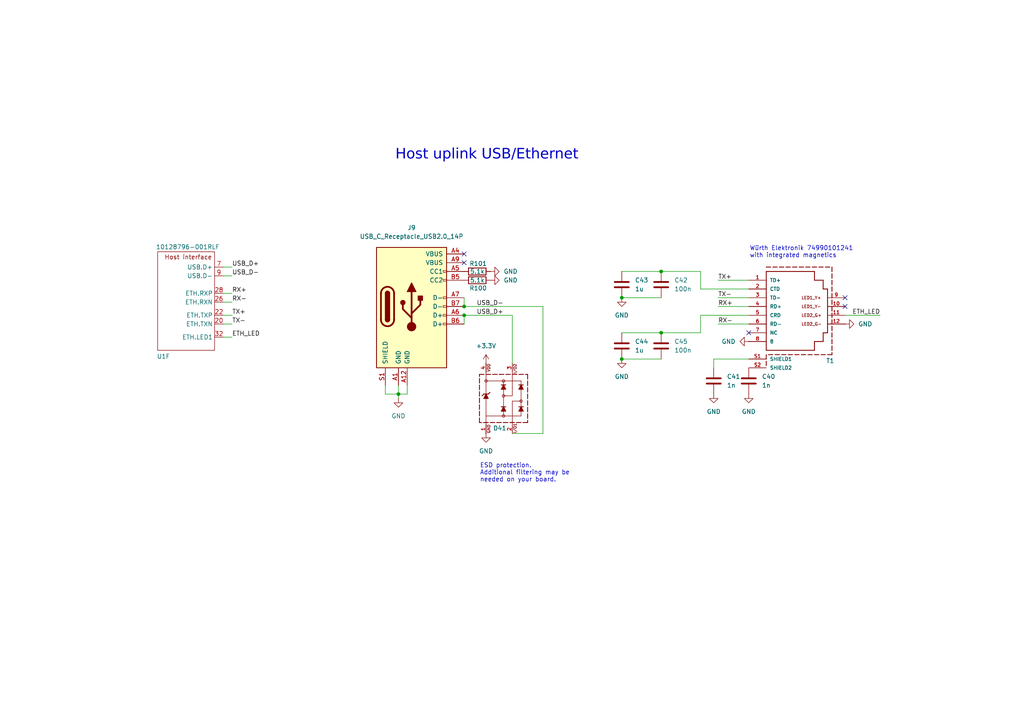
<source format=kicad_sch>
(kicad_sch (version 20250114) (generator "eeschema") (generator_version "9.0")
  (paper "A4")
  (title_block (title "ChargeBridge Eval Board") (date "2025-07-15") (rev "1.1") (company "Pionix GmbH") (comment 1 "Cornelius Claussen / Jonas Rockstroh") (comment 2 "License: CERN-OHL-P"))
  (lib_symbols
    (symbol "cb-eval-lib:C" (pin_numbers (hide yes)) (pin_names (offset 0.254))
      (property "Reference" "C" (at 0.635 2.54 0))
      (property "Value" "C" (at 0.635 -2.54 0))
      (symbol "C_0_1"
        (polyline (pts (xy -2.032 0.762) (xy 2.032 0.762)) (stroke (width 0.508)))
        (polyline (pts (xy -2.032 -0.762) (xy 2.032 -0.762)) (stroke (width 0.508)))
      )
      (symbol "C_1_1"
        (pin passive line (at 0 3.81 270) (length 2.794) (name "~") (number "1"))
        (pin passive line (at 0 -3.81 90) (length 2.794) (name "~") (number "2"))
      )
    )
    (symbol "cb-eval-lib:Pionix-SOM"
      (property "Reference" "U" (at -6.858 -14.732 0))
      (symbol "Pionix-SOM_1_1"
        (rectangle (start -10.16 10.795) (end 7.62 -10.16))
        (text "Charging Cable" (at -2.032 8.89 0) (effects (font (size 1.27 1.27))))
        (pin passive line (at 10.16 6.35 180) (length 2.54) (name "CONNECTOR.PIN0") (number "74"))
        (pin passive line (at 10.16 3.81 180) (length 2.54) (name "CONNECTOR.PIN1") (number "72"))
        (pin passive line (at 10.16 1.27 180) (length 2.54) (name "CONNECTOR.PIN2") (number "70"))
        (pin passive line (at 10.16 -1.27 180) (length 2.54) (name "CONNECTOR.PIN3") (number "68"))
        (pin passive line (at 10.16 -3.81 180) (length 2.54) (name "CONNECTOR.PIN4") (number "66"))
        (pin passive line (at 10.16 -6.35 180) (length 2.54) (name "CONNECTOR.PIN5") (number "62"))
        (pin passive line (at 10.16 -8.89 180) (length 2.54) (name "CONNECTOR.RSVD") (number "60"))
      )
      (symbol "Pionix-SOM_2_1"
        (rectangle (start -10.16 7.62) (end 13.97 -6.35))
        (pin power_in line (at -7.62 -8.89 90) (length 2.54) (name "GND") (number "6"))
        (pin power_in line (at -5.08 10.16 270) (length 2.54) (name "VDD3v3") (number "11"))
        (pin power_in line (at -5.08 -8.89 90) (length 2.54) (name "GND") (number "24"))
        (pin power_in line (at -2.54 10.16 270) (length 2.54) (name "VDD3v3") (number "40"))
        (pin power_in line (at -2.54 -8.89 90) (length 2.54) (name "GND") (number "34"))
        (pin power_in line (at 0 10.16 270) (length 2.54) (name "VDD3v3") (number "46"))
        (pin power_in line (at 0 -8.89 90) (length 2.54) (name "GND") (number "50"))
        (pin power_in line (at 2.54 10.16 270) (length 2.54) (name "VDD3v3") (number "48"))
        (pin power_in line (at 2.54 -8.89 90) (length 2.54) (name "GND") (number "52"))
        (pin power_in line (at 5.08 10.16 270) (length 2.54) (name "VDD3v3") (number "61"))
        (pin power_in line (at 5.08 -8.89 90) (length 2.54) (name "GND") (number "64"))
        (pin power_in line (at 7.62 -8.89 90) (length 2.54) (name "GND") (number "75"))
        (pin passive line (at 10.16 -10.16 90) (length 3.81) (name "SH1") (number "SH1"))
        (pin passive line (at 12.7 -10.16 90) (length 3.81) (name "SH2") (number "SH2"))
      )
      (symbol "Pionix-SOM_3_1"
        (rectangle (start 6.35 11.43) (end -6.35 -11.43))
        (pin bidirectional line (at 8.89 10.16 180) (length 2.54) (name "USER_GPIO0") (number "59"))
        (pin bidirectional line (at 8.89 7.62 180) (length 2.54) (name "USER_GPIO1") (number "57"))
        (pin bidirectional line (at 8.89 5.08 180) (length 2.54) (name "USER_GPIO2") (number "55"))
        (pin bidirectional line (at 8.89 2.54 180) (length 2.54) (name "USER_GPIO3") (number "53"))
        (pin bidirectional line (at 8.89 0 180) (length 2.54) (name "USER_GPIO4") (number "49"))
        (pin bidirectional line (at 8.89 -2.54 180) (length 2.54) (name "USER_GPIO5") (number "51"))
        (pin bidirectional line (at 8.89 -5.08 180) (length 2.54) (name "USER_GPIO6") (number "58"))
        (pin bidirectional line (at 8.89 -7.62 180) (length 2.54) (name "USER_GPIO7") (number "56"))
        (pin bidirectional line (at 8.89 -10.16 180) (length 2.54) (name "USER_GPIO8") (number "54"))
      )
      (symbol "Pionix-SOM_4_1"
        (rectangle (start -6.35 8.89) (end 6.35 -9.525))
        (text "ADC" (at -3.556 7.366 0) (effects (font (size 1.27 1.27))))
        (pin input line (at 8.89 3.81 180) (length 2.54) (name "EXT_ADC0_P") (number "67"))
        (pin input line (at 8.89 1.27 180) (length 2.54) (name "EXT_ADC0_N") (number "69"))
        (pin input line (at 8.89 -2.54 180) (length 2.54) (name "EXT_ADC1") (number "71"))
        (pin input line (at 8.89 -5.08 180) (length 2.54) (name "EXT_ADC2") (number "44"))
        (pin input line (at 8.89 -7.62 180) (length 2.54) (name "EXT_ADC3") (number "73"))
      )
      (symbol "Pionix-SOM_5_1"
        (rectangle (start -10.795 8.89) (end 7.62 -8.255))
        (pin input line (at 10.16 7.62 180) (length 2.54) (name "RESET") (number "42"))
        (pin passive line (at 10.16 5.08 180) (length 2.54) (name "RESERVED/SWCLK") (number "1"))
        (pin passive line (at 10.16 2.54 180) (length 2.54) (name "RESERVED/SWDIO") (number "5"))
        (pin output line (at 10.16 0 180) (length 2.54) (name "UART2_TX") (number "63"))
        (pin input line (at 10.16 -2.54 180) (length 2.54) (name "UART2_RX") (number "65"))
        (pin input line (at 10.16 -6.35 180) (length 2.54) (name "SECURE_MODULE") (number "30"))
      )
      (symbol "Pionix-SOM_6_1"
        (rectangle (start -10.16 13.97) (end 6.35 -14.605))
        (text "Host interface" (at -1.27 12.446 0) (effects (font (size 1.27 1.27))))
        (pin passive line (at 8.89 9.525 180) (length 2.54) (name "USB.D+") (number "7"))
        (pin passive line (at 8.89 6.985 180) (length 2.54) (name "USB.D-") (number "9"))
        (pin passive line (at 8.89 1.905 180) (length 2.54) (name "ETH.RXP") (number "28"))
        (pin passive line (at 8.89 -0.635 180) (length 2.54) (name "ETH.RXN") (number "26"))
        (pin passive line (at 8.89 -4.445 180) (length 2.54) (name "ETH.TXP") (number "22"))
        (pin passive line (at 8.89 -6.985 180) (length 2.54) (name "ETH.TXN") (number "20"))
        (pin output line (at 8.89 -10.795 180) (length 2.54) (name "ETH.LED1") (number "32"))
      )
      (symbol "Pionix-SOM_7_1"
        (rectangle (start -11.43 19.05) (end 10.16 -14.605))
        (text "Downstream Comms" (at -0.508 17.526 0) (effects (font (size 1.27 1.27))))
        (pin bidirectional line (at 12.7 13.97 180) (length 2.54) (name "I3C.SDA") (number "8"))
        (pin output line (at 12.7 11.43 180) (length 2.54) (name "I3C.SCL") (number "10"))
        (pin input line (at 12.7 7.62 180) (length 2.54) (name "RS585_2_RX") (number "33"))
        (pin output line (at 12.7 5.08 180) (length 2.54) (name "RS585_2_TX") (number "31"))
        (pin output line (at 12.7 2.54 180) (length 2.54) (name "RS485_2_TXEN") (number "45"))
        (pin bidirectional line (at 12.7 -2.54 180) (length 2.54) (name "CAN.HI") (number "4"))
        (pin bidirectional line (at 12.7 -5.08 180) (length 2.54) (name "CAN.LO") (number "2"))
        (pin bidirectional line (at 12.7 -10.16 180) (length 2.54) (name "RS485.A") (number "36"))
        (pin bidirectional line (at 12.7 -12.7 180) (length 2.54) (name "RS485.B") (number "38"))
      )
      (symbol "Pionix-SOM_8_1"
        (rectangle (start -10.16 12.7) (end 8.89 -10.795))
        (text "Relays control" (at 0 11.43 0) (effects (font (size 1.27 1.27))))
        (pin output line (at 11.43 8.89 180) (length 2.54) (name "RELAY3") (number "3"))
        (pin input line (at 11.43 6.35 180) (length 2.54) (name "RELAY3_FB") (number "25"))
        (pin output line (at 11.43 1.27 180) (length 2.54) (name "RELAY2") (number "27"))
        (pin input line (at 11.43 -1.27 180) (length 2.54) (name "RELAY2_FB") (number "21"))
        (pin output line (at 11.43 -6.35 180) (length 2.54) (name "RELAY1") (number "29"))
        (pin input line (at 11.43 -8.89 180) (length 2.54) (name "RELAY1_FB") (number "23"))
      )
      (symbol "Pionix-SOM_9_1"
        (rectangle (start 10.16 11.43) (end -12.7 -8.89))
        (text "USER INTERFACE" (at 1.27 10.16 0) (effects (font (size 1.27 1.27))))
        (pin input line (at 12.7 7.62 180) (length 2.54) (name "STOP_CHARGING") (number "47"))
        (pin input line (at 12.7 5.08 180) (length 2.54) (name "EMERGENCY_SHDN_IN") (number "43"))
        (pin output line (at 12.7 2.54 180) (length 2.54) (name "EMERGENCY_SHDN_OUT") (number "41"))
        (pin output line (at 12.7 -2.54 180) (length 2.54) (name "LED.R") (number "39"))
        (pin output line (at 12.7 -5.08 180) (length 2.54) (name "LED.G") (number "37"))
        (pin output line (at 12.7 -7.62 180) (length 2.54) (name "LED.B") (number "35"))
      )
    )
    (symbol "cb-eval-lib:R" (pin_numbers (hide yes)) (pin_names (offset 0))
      (property "Reference" "R" (at 2.032 0 90))
      (property "Value" "R" (at 0 0 90))
      (symbol "R_0_1"
        (rectangle (start -1.016 -2.54) (end 1.016 2.54) (stroke (width 0.254)))
      )
      (symbol "R_1_1"
        (pin passive line (at 0 3.81 270) (length 1.27) (name "~") (number "1"))
        (pin passive line (at 0 -3.81 90) (length 1.27) (name "~") (number "2"))
      )
    )
    (symbol "cb-eval-lib:USB_C_Receptacle_USB2.0_14P" (pin_names (offset 1.016))
      (property "Reference" "J" (at 0 21.59 0))
      (property "Value" "USB_C_Receptacle_USB2.0_14P" (at 0.254 19.05 0))
      (symbol "USB_C_Receptacle_USB2.0_14P_0_0"
        (rectangle (start 10.16 10.414) (end 9.144 9.906))
        (rectangle (start 10.16 7.874) (end 9.144 7.366))
        (rectangle (start 10.16 2.794) (end 9.144 2.286))
        (rectangle (start 10.16 0.254) (end 9.144 -0.254))
        (rectangle (start 10.16 -2.286) (end 9.144 -2.794))
        (rectangle (start 10.16 -4.826) (end 9.144 -5.334))
      )
      (symbol "USB_C_Receptacle_USB2.0_14P_0_1"
        (rectangle (start -10.16 17.145) (end 10.16 -17.78) (stroke (width 0.254)) (fill (type background)))
        (polyline (pts (xy -8.89 -3.81) (xy -8.89 3.81)) (stroke (width 0.508)))
        (rectangle (start -7.62 -3.81) (end -6.35 3.81) (stroke (width 0.254)) (fill (type outline)))
        (arc (start -7.62 3.81) (mid -6.985 4.4423) (end -6.35 3.81) (stroke (width 0.254)))
        (arc (start -7.62 3.81) (mid -6.985 4.4423) (end -6.35 3.81) (stroke (width 0.254)) (fill (type outline)))
        (arc (start -8.89 3.81) (mid -6.985 5.7067) (end -5.08 3.81) (stroke (width 0.508)))
        (arc (start -5.08 -3.81) (mid -6.985 -5.7067) (end -8.89 -3.81) (stroke (width 0.508)))
        (arc (start -6.35 -3.81) (mid -6.985 -4.4423) (end -7.62 -3.81) (stroke (width 0.254)))
        (arc (start -6.35 -3.81) (mid -6.985 -4.4423) (end -7.62 -3.81) (stroke (width 0.254)) (fill (type outline)))
        (polyline (pts (xy -5.08 3.81) (xy -5.08 -3.81)) (stroke (width 0.508)))
        (circle (center -2.54 1.143) (radius 0.635) (stroke (width 0.254)) (fill (type outline)))
        (polyline (pts (xy -1.27 4.318) (xy 0 6.858) (xy 1.27 4.318) (xy -1.27 4.318)) (stroke (width 0.254)) (fill (type outline)))
        (polyline (pts (xy 0 -2.032) (xy 2.54 0.508) (xy 2.54 1.778)) (stroke (width 0.508)))
        (polyline (pts (xy 0 -3.302) (xy -2.54 -0.762) (xy -2.54 0.508)) (stroke (width 0.508)))
        (polyline (pts (xy 0 -5.842) (xy 0 4.318)) (stroke (width 0.508)))
        (circle (center 0 -5.842) (radius 1.27) (fill (type outline)))
        (rectangle (start 1.905 1.778) (end 3.175 3.048) (stroke (width 0.254)) (fill (type outline)))
      )
      (symbol "USB_C_Receptacle_USB2.0_14P_1_1"
        (pin passive line (at -7.62 -22.86 90) (length 5.08) (name "SHIELD") (number "S1"))
        (pin passive line (at -3.81 -22.86 90) (length 5.08) (name "GND") (number "A1"))
        (pin passive line (at -1.27 -22.86 90) (length 5.08) (name "GND") (number "A12"))
        (pin passive line (at 15.24 15.24 180) (length 5.08) (name "VBUS") (number "A4"))
        (pin passive line (at 15.24 12.7 180) (length 5.08) (name "VBUS") (number "A9"))
        (pin bidirectional line (at 15.24 10.16 180) (length 5.08) (name "CC1") (number "A5"))
        (pin bidirectional line (at 15.24 7.62 180) (length 5.08) (name "CC2") (number "B5"))
        (pin bidirectional line (at 15.24 2.54 180) (length 5.08) (name "D-") (number "A7"))
        (pin bidirectional line (at 15.24 0 180) (length 5.08) (name "D-") (number "B7"))
        (pin bidirectional line (at 15.24 -2.54 180) (length 5.08) (name "D+") (number "A6"))
        (pin bidirectional line (at 15.24 -5.08 180) (length 5.08) (name "D+") (number "B6"))
      )
    )
    (symbol "cb-eval-lib:WE-RJ45_74990101241" (pin_names (offset 1.016))
      (property "Reference" "T" (at 0 15.24 0))
      (symbol "WE-RJ45_74990101241_0_0"
        (polyline (pts (xy -7.62 13.97) (xy -6.35 13.97)) (stroke (width 0.254)))
        (polyline (pts (xy -7.62 12.7) (xy 6.35 12.7)) (stroke (width 0.254)))
        (polyline (pts (xy -7.62 -10.16) (xy -7.62 12.7)) (stroke (width 0.254)))
        (polyline (pts (xy -7.62 -11.43) (xy -7.62 -11.43)) (stroke (width 0.254)))
        (polyline (pts (xy -7.62 -11.43) (xy -7.62 -12.7)) (stroke (width 0.254)))
        (polyline (pts (xy -7.62 -13.335) (xy -7.62 -14.605)) (stroke (width 0.254)))
        (polyline (pts (xy -7.62 -15.24) (xy -7.62 -15.24)) (stroke (width 0.254)))
        (polyline (pts (xy -5.715 13.97) (xy -4.445 13.97)) (stroke (width 0.254)))
        (polyline (pts (xy -5.715 -11.43) (xy -6.985 -11.43)) (stroke (width 0.254)))
        (polyline (pts (xy -3.81 13.97) (xy -2.54 13.97)) (stroke (width 0.254)))
        (polyline (pts (xy -3.81 -11.43) (xy -5.08 -11.43)) (stroke (width 0.254)))
        (polyline (pts (xy -1.905 13.97) (xy -0.635 13.97)) (stroke (width 0.254)))
        (polyline (pts (xy -1.905 -11.43) (xy -3.175 -11.43)) (stroke (width 0.254)))
        (polyline (pts (xy 0 13.97) (xy 1.27 13.97)) (stroke (width 0.254)))
        (polyline (pts (xy 0 -11.43) (xy -1.27 -11.43)) (stroke (width 0.254)))
        (polyline (pts (xy 1.905 13.97) (xy 3.175 13.97)) (stroke (width 0.254)))
        (polyline (pts (xy 1.905 -11.43) (xy 0.635 -11.43)) (stroke (width 0.254)))
        (polyline (pts (xy 3.81 13.97) (xy 5.08 13.97)) (stroke (width 0.254)))
        (polyline (pts (xy 3.81 -11.43) (xy 2.54 -11.43)) (stroke (width 0.254)))
        (polyline (pts (xy 5.715 13.97) (xy 6.985 13.97)) (stroke (width 0.254)))
        (polyline (pts (xy 5.715 -11.43) (xy 4.445 -11.43)) (stroke (width 0.254)))
        (polyline (pts (xy 6.35 12.7) (xy 6.35 10.16)) (stroke (width 0.254)))
        (polyline (pts (xy 6.35 10.16) (xy 8.89 10.16)) (stroke (width 0.254)))
        (polyline (pts (xy 6.35 -7.62) (xy 8.89 -7.62)) (stroke (width 0.254)))
        (polyline (pts (xy 6.35 -10.16) (xy -7.62 -10.16)) (stroke (width 0.254)))
        (polyline (pts (xy 6.35 -10.16) (xy 6.35 -7.62)) (stroke (width 0.254)))
        (polyline (pts (xy 7.62 13.97) (xy 8.89 13.97)) (stroke (width 0.254)))
        (polyline (pts (xy 7.62 -11.43) (xy 6.35 -11.43)) (stroke (width 0.254)))
        (polyline (pts (xy 8.89 10.16) (xy 8.89 7.62)) (stroke (width 0.254)))
        (polyline (pts (xy 8.89 7.62) (xy 10.16 7.62)) (stroke (width 0.254)))
        (polyline (pts (xy 8.89 -5.08) (xy 10.16 -5.08)) (stroke (width 0.254)))
        (polyline (pts (xy 8.89 -7.62) (xy 8.89 -5.08)) (stroke (width 0.254)))
        (polyline (pts (xy 9.525 13.97) (xy 10.795 13.97)) (stroke (width 0.254)))
        (polyline (pts (xy 9.525 -11.43) (xy 8.255 -11.43)) (stroke (width 0.254)))
        (polyline (pts (xy 10.16 7.62) (xy 10.16 -5.08)) (stroke (width 0.254)))
        (polyline (pts (xy 11.43 13.97) (xy 11.43 13.97)) (stroke (width 0.254)))
        (polyline (pts (xy 11.43 13.97) (xy 11.43 12.6512)) (stroke (width 0.254)))
        (polyline (pts (xy 11.43 12.065) (xy 11.43 10.7462)) (stroke (width 0.254)))
        (polyline (pts (xy 11.43 10.16) (xy 11.43 8.8412)) (stroke (width 0.254)))
        (polyline (pts (xy 11.43 8.255) (xy 11.43 6.9362)) (stroke (width 0.254)))
        (polyline (pts (xy 11.43 6.35) (xy 11.43 5.0312)) (stroke (width 0.254)))
        (polyline (pts (xy 11.43 4.445) (xy 11.43 3.1262)) (stroke (width 0.254)))
        (polyline (pts (xy 11.43 2.54) (xy 11.43 1.2212)) (stroke (width 0.254)))
        (polyline (pts (xy 11.43 0.635) (xy 11.43 -0.6838)) (stroke (width 0.254)))
        (polyline (pts (xy 11.43 -1.27) (xy 11.43 -2.5889)) (stroke (width 0.254)))
        (polyline (pts (xy 11.43 -3.175) (xy 11.43 -4.4939)) (stroke (width 0.254)))
        (polyline (pts (xy 11.43 -5.08) (xy 11.43 -6.3989)) (stroke (width 0.254)))
        (polyline (pts (xy 11.43 -6.985) (xy 11.43 -8.3039)) (stroke (width 0.254)))
        (polyline (pts (xy 11.43 -8.89) (xy 11.43 -10.2088)) (stroke (width 0.254)))
        (polyline (pts (xy 11.43 -10.795) (xy 11.43 -11.43)) (stroke (width 0.254)))
        (polyline (pts (xy 11.43 -11.43) (xy 10.16 -11.43)) (stroke (width 0.254)))
        (text "LED1_Y+" (at 2.54 5.08 0) (effects (font (size 0.8636 0.8636)) (justify left)))
        (text "LED1_Y-" (at 2.54 2.54 0) (effects (font (size 0.8636 0.8636)) (justify left)))
        (text "LED2_G+" (at 2.54 0 0) (effects (font (size 0.8636 0.8636)) (justify left)))
        (text "LED2_G-" (at 2.54 -2.54 0) (effects (font (size 0.8636 0.8636)) (justify left)))
        (pin passive line (at -12.7 10.16 0) (length 5.08) (name "TD+") (number "1"))
        (pin passive line (at -12.7 7.62 0) (length 5.08) (name "CTD") (number "2"))
        (pin passive line (at -12.7 5.08 0) (length 5.08) (name "TD-") (number "3"))
        (pin passive line (at -12.7 2.54 0) (length 5.08) (name "RD+") (number "4"))
        (pin passive line (at -12.7 0 0) (length 5.08) (name "CRD") (number "5"))
        (pin passive line (at -12.7 -2.54 0) (length 5.08) (name "RD-") (number "6"))
        (pin passive line (at -12.7 -5.08 0) (length 5.08) (name "NC") (number "7"))
        (pin passive line (at -12.7 -7.62 0) (length 5.08) (name "8") (number "8"))
        (pin passive line (at -12.7 -12.7 0) (length 5.08) (name "SHIELD1") (number "S1"))
        (pin passive line (at -12.7 -15.24 0) (length 5.08) (name "SHIELD2") (number "S2"))
        (pin passive line (at 15.24 5.08 180) (length 5.08) (name "~") (number "9"))
        (pin passive line (at 15.24 2.54 180) (length 5.08) (name "~") (number "10"))
        (pin passive line (at 15.24 0 180) (length 5.08) (name "~") (number "11"))
        (pin passive line (at 15.24 -2.54 180) (length 5.08) (name "~") (number "12"))
      )
    )
    (symbol "cb-eval-lib:WE-TVS-HS_SOT143-4L_8240026" (pin_names (offset 1.016))
      (property "Reference" "D" (at 0 7.62 0))
      (property "Manufacturer" "Wurth Elektronik" (at 0 0 0))
      (symbol "WE-TVS-HS_SOT143-4L_8240026_0_0"
        (polyline (pts (xy -6.985 6.985) (xy -5.6243 6.985)) (stroke (width 0.254)))
        (polyline (pts (xy -6.985 6.35) (xy -6.985 6.985)) (stroke (width 0.254)))
        (polyline (pts (xy -6.985 4.445) (xy -6.985 5.8057)) (stroke (width 0.254)))
        (polyline (pts (xy -6.985 2.54) (xy -6.985 3.9007)) (stroke (width 0.254)))
        (polyline (pts (xy -6.985 0.635) (xy -6.985 1.9957)) (stroke (width 0.254)))
        (polyline (pts (xy -6.985 -1.27) (xy -6.985 0.0907)) (stroke (width 0.254)))
        (polyline (pts (xy -6.985 -3.175) (xy -6.985 -1.8143)) (stroke (width 0.254)))
        (polyline (pts (xy -6.985 -5.08) (xy -6.985 -3.7193)) (stroke (width 0.254)))
        (polyline (pts (xy -6.985 -6.985) (xy -6.985 -5.6243)) (stroke (width 0.254)))
        (polyline (pts (xy -6.35 -6.985) (xy -6.985 -6.985)) (stroke (width 0.254)))
        (polyline (pts (xy -5.08 6.985) (xy -3.7193 6.985)) (stroke (width 0.254)))
        (polyline (pts (xy -5.08 5.08) (xy -7.62 5.08)) (stroke (width 0.1524)))
        (polyline (pts (xy -5.08 5.08) (xy -5.08 -5.08)) (stroke (width 0.1524)))
        (polyline (pts (xy -5.08 5.08) (xy 5.08 5.08)) (stroke (width 0.1524)))
        (circle (center -5.08 0) (radius 0.381))
        (polyline (pts (xy -4.445 -6.985) (xy -5.8057 -6.985)) (stroke (width 0.254)))
        (polyline (pts (xy -3.81 0) (xy -5.08 0)) (stroke (width 0.1524)))
        (polyline (pts (xy -3.81 -5.08) (xy -5.08 -5.08)) (stroke (width 0.1524)))
        (polyline (pts (xy -3.683 0.635) (xy -2.413 0) (xy -3.683 -0.635) (xy -3.683 0.635)) (stroke (width 0.254)) (fill (type outline)))
        (polyline (pts (xy -3.683 -4.445) (xy -2.413 -5.08) (xy -3.683 -5.715) (xy -3.683 -4.445)) (stroke (width 0.254)) (fill (type outline)))
        (polyline (pts (xy -3.175 6.985) (xy -1.8143 6.985)) (stroke (width 0.254)))
        (polyline (pts (xy -2.54 -6.985) (xy -3.9007 -6.985)) (stroke (width 0.254)))
        (polyline (pts (xy -2.413 0.635) (xy -2.413 -0.635)) (stroke (width 0.254)))
        (polyline (pts (xy -2.413 -4.445) (xy -2.413 -5.08)) (stroke (width 0.254)))
        (polyline (pts (xy -2.413 -5.08) (xy -2.413 -5.715)) (stroke (width 0.254)))
        (polyline (pts (xy -1.27 6.985) (xy 0.0907 6.985)) (stroke (width 0.254)))
        (polyline (pts (xy -0.762 -2.54) (xy -7.62 -2.54)) (stroke (width 0.1524)))
        (circle (center -0.762 -5.08) (radius 0.381))
        (polyline (pts (xy -0.762 -5.08) (xy -2.413 -5.08)) (stroke (width 0.1524)))
        (polyline (pts (xy -0.762 -5.08) (xy -0.762 -2.54)) (stroke (width 0.1524)))
        (polyline (pts (xy -0.635 -6.985) (xy -1.9957 -6.985)) (stroke (width 0.254)))
        (polyline (pts (xy 0 5.715) (xy 1.27 5.08) (xy 0 4.445) (xy 0 5.715)) (stroke (width 0.254)) (fill (type outline)))
        (polyline (pts (xy 0.635 6.985) (xy 1.9957 6.985)) (stroke (width 0.254)))
        (polyline (pts (xy 0.762 0) (xy -2.54 0)) (stroke (width 0.1524)))
        (polyline (pts (xy 0.762 0) (xy 0.762 -2.54)) (stroke (width 0.1524)))
        (circle (center 0.762 0) (radius 0.381))
        (polyline (pts (xy 0.762 -2.54) (xy 7.62 -2.54)) (stroke (width 0.1524)))
        (polyline (pts (xy 1.27 5.715) (xy 0.762 6.223)) (stroke (width 0.254)))
        (polyline (pts (xy 1.27 5.715) (xy 1.27 4.445)) (stroke (width 0.254)))
        (polyline (pts (xy 1.27 4.445) (xy 1.778 3.937)) (stroke (width 0.254)))
        (polyline (pts (xy 1.27 -6.985) (xy -0.0907 -6.985)) (stroke (width 0.254)))
        (polyline (pts (xy 2.54 6.985) (xy 3.9007 6.985)) (stroke (width 0.254)))
        (polyline (pts (xy 2.54 0) (xy 0.762 0)) (stroke (width 0.1524)))
        (polyline (pts (xy 2.54 -5.08) (xy -0.762 -5.08)) (stroke (width 0.1524)))
        (polyline (pts (xy 2.667 0.635) (xy 3.937 0) (xy 2.667 -0.635) (xy 2.667 0.635)) (stroke (width 0.254)) (fill (type outline)))
        (polyline (pts (xy 2.667 -4.445) (xy 3.937 -5.08) (xy 2.667 -5.715) (xy 2.667 -4.445)) (stroke (width 0.254)) (fill (type outline)))
        (polyline (pts (xy 3.175 -6.985) (xy 1.8143 -6.985)) (stroke (width 0.254)))
        (polyline (pts (xy 3.81 0) (xy 5.08 0)) (stroke (width 0.1524)))
        (polyline (pts (xy 3.937 0.635) (xy 3.937 -0.635)) (stroke (width 0.254)))
        (polyline (pts (xy 3.937 -4.445) (xy 3.937 -5.08)) (stroke (width 0.254)))
        (polyline (pts (xy 3.937 -5.08) (xy 3.937 -5.715)) (stroke (width 0.254)))
        (polyline (pts (xy 3.937 -5.08) (xy 5.08 -5.08)) (stroke (width 0.1524)))
        (polyline (pts (xy 4.445 6.985) (xy 5.8057 6.985)) (stroke (width 0.254)))
        (polyline (pts (xy 5.08 5.08) (xy 5.08 -5.08)) (stroke (width 0.1524)))
        (polyline (pts (xy 5.08 5.08) (xy 7.62 5.08)) (stroke (width 0.1524)))
        (circle (center 5.08 5.08) (radius 0.381))
        (circle (center 5.08 0) (radius 0.381))
        (polyline (pts (xy 5.08 -6.985) (xy 3.7193 -6.985)) (stroke (width 0.254)))
        (polyline (pts (xy 6.35 6.985) (xy 6.985 6.985)) (stroke (width 0.254)))
        (polyline (pts (xy 6.985 6.985) (xy 6.985 5.6243)) (stroke (width 0.254)))
        (polyline (pts (xy 6.985 5.08) (xy 6.985 3.7193)) (stroke (width 0.254)))
        (polyline (pts (xy 6.985 3.175) (xy 6.985 1.8143)) (stroke (width 0.254)))
        (polyline (pts (xy 6.985 1.27) (xy 6.985 -0.0907)) (stroke (width 0.254)))
        (polyline (pts (xy 6.985 -0.635) (xy 6.985 -1.9957)) (stroke (width 0.254)))
        (polyline (pts (xy 6.985 -2.54) (xy 6.985 -3.9007)) (stroke (width 0.254)))
        (polyline (pts (xy 6.985 -4.445) (xy 6.985 -5.8057)) (stroke (width 0.254)))
        (polyline (pts (xy 6.985 -6.35) (xy 6.985 -6.985)) (stroke (width 0.254)))
        (polyline (pts (xy 6.985 -6.985) (xy 5.6243 -6.985)) (stroke (width 0.254)))
        (text "GND" (at -10.16 3.81 0) (effects (font (size 0.8128 0.8128)) (justify left bottom)))
        (text "I/O1" (at -10.16 -3.81 0) (effects (font (size 0.8128 0.8128)) (justify left bottom)))
        (text "VDD" (at 10.16 3.81 0) (effects (font (size 0.8128 0.8128)) (justify right bottom)))
        (text "I/O2" (at 10.16 -3.81 0) (effects (font (size 0.8128 0.8128)) (justify right bottom)))
        (pin passive line (at -10.16 5.08 0) (length 2.54) (name "~") (number "1"))
        (pin passive line (at -10.16 -2.54 0) (length 2.54) (name "~") (number "2"))
        (pin passive line (at 10.16 5.08 180) (length 2.54) (name "~") (number "4"))
        (pin passive line (at 10.16 -2.54 180) (length 2.54) (name "~") (number "3"))
      )
    )
    (symbol "power:+3.3V" (power) (pin_numbers (hide yes)) (pin_names (offset 0) (hide yes))
      (property "Value" "+3.3V" (at 0 3.556 0))
      (symbol "+3.3V_0_1"
        (polyline (pts (xy -0.762 1.27) (xy 0 2.54)))
        (polyline (pts (xy 0 2.54) (xy 0.762 1.27)))
        (polyline (pts (xy 0 0) (xy 0 2.54)))
      )
      (symbol "+3.3V_1_1"
        (pin power_in line (at 0 0 90) (length 0) (name "~") (number "1"))
      )
    )
    (symbol "power:GND" (power) (pin_numbers (hide yes)) (pin_names (offset 0) (hide yes))
      (property "Value" "GND" (at 0 -3.81 0))
      (symbol "GND_0_1"
        (polyline (pts (xy 0 0) (xy 0 -1.27) (xy 1.27 -1.27) (xy 0 -2.54) (xy -1.27 -1.27) (xy 0 -1.27)))
      )
      (symbol "GND_1_1"
        (pin power_in line (at 0 0 270) (length 0) (name "~") (number "1"))
      )
    )
  )
  (text "Würth Elektronik 74990101241\nwith integrated magnetics" (at 217.424 73.152 0) (effects (font (size 1.27 1.27)) (justify left)))
  (text "Host uplink USB/Ethernet" (at 141.224 45.72 0) (effects (font (size 3 3) (thickness 0.375))))
  (text "ESD protection.\nAdditional filtering may be \nneeded on your board." (at 139.192 137.16 0) (effects (font (size 1.27 1.27)) (justify left)))
  (junction (at 134.62 91.44))
  (junction (at 134.62 88.9))
  (junction (at 180.34 86.36))
  (junction (at 191.77 78.74))
  (junction (at 191.77 96.52))
  (junction (at 115.57 114.3))
  (junction (at 180.34 104.14))
  (no_connect (at 134.62 76.2))
  (no_connect (at 245.11 88.9))
  (no_connect (at 217.17 96.52))
  (no_connect (at 245.11 86.36))
  (no_connect (at 134.62 73.66))
  (wire (pts (xy 118.11 114.3) (xy 118.11 111.76)))
  (wire (pts (xy 217.17 104.14) (xy 207.01 104.14)))
  (wire (pts (xy 134.62 91.44) (xy 134.62 93.98)))
  (wire (pts (xy 115.57 115.57) (xy 115.57 114.3)))
  (wire (pts (xy 157.48 88.9) (xy 157.48 125.73)))
  (wire (pts (xy 148.59 91.44) (xy 148.59 105.41)))
  (wire (pts (xy 67.31 77.47) (xy 64.77 77.47)))
  (wire (pts (xy 217.17 81.28) (xy 208.28 81.28)))
  (wire (pts (xy 148.59 125.73) (xy 157.48 125.73)))
  (wire (pts (xy 67.31 97.79) (xy 64.77 97.79)))
  (wire (pts (xy 67.31 85.09) (xy 64.77 85.09)))
  (wire (pts (xy 115.57 114.3) (xy 118.11 114.3)))
  (wire (pts (xy 203.2 83.82) (xy 217.17 83.82)))
  (wire (pts (xy 180.34 104.14) (xy 191.77 104.14)))
  (wire (pts (xy 180.34 86.36) (xy 191.77 86.36)))
  (wire (pts (xy 180.34 96.52) (xy 191.77 96.52)))
  (wire (pts (xy 180.34 78.74) (xy 191.77 78.74)))
  (wire (pts (xy 245.11 91.44) (xy 255.27 91.44)))
  (wire (pts (xy 67.31 91.44) (xy 64.77 91.44)))
  (wire (pts (xy 111.76 111.76) (xy 111.76 114.3)))
  (wire (pts (xy 207.01 104.14) (xy 207.01 106.68)))
  (wire (pts (xy 208.28 93.98) (xy 217.17 93.98)))
  (wire (pts (xy 191.77 78.74) (xy 203.2 78.74)))
  (wire (pts (xy 217.17 86.36) (xy 208.28 86.36)))
  (wire (pts (xy 203.2 78.74) (xy 203.2 83.82)))
  (wire (pts (xy 134.62 88.9) (xy 157.48 88.9)))
  (wire (pts (xy 217.17 88.9) (xy 208.28 88.9)))
  (wire (pts (xy 203.2 91.44) (xy 203.2 96.52)))
  (wire (pts (xy 134.62 91.44) (xy 148.59 91.44)))
  (wire (pts (xy 134.62 86.36) (xy 134.62 88.9)))
  (wire (pts (xy 111.76 114.3) (xy 115.57 114.3)))
  (wire (pts (xy 217.17 91.44) (xy 203.2 91.44)))
  (wire (pts (xy 115.57 114.3) (xy 115.57 111.76)))
  (wire (pts (xy 64.77 87.63) (xy 67.31 87.63)))
  (wire (pts (xy 67.31 93.98) (xy 64.77 93.98)))
  (wire (pts (xy 67.31 80.01) (xy 64.77 80.01)))
  (wire (pts (xy 203.2 96.52) (xy 191.77 96.52)))
  (label "RX+" (at 67.31 85.09 0))
  (label "USB_D+" (at 67.31 77.47 0))
  (label "TX+" (at 208.28 81.28 0))
  (label "USB_D-" (at 67.31 80.01 0))
  (label "ETH_LED" (at 255.27 91.44 180))
  (label "RX+" (at 208.28 88.9 0))
  (label "USB_D+" (at 146.05 91.44 180))
  (label "TX+" (at 67.31 91.44 0))
  (label "RX-" (at 67.31 87.63 0))
  (label "TX-" (at 67.31 93.98 0))
  (label "USB_D-" (at 146.05 88.9 180))
  (label "RX-" (at 208.28 93.98 0))
  (label "ETH_LED" (at 67.31 97.79 0))
  (label "TX-" (at 208.28 86.36 0))
  (symbol (lib_id "cb-eval-lib:Pionix-SOM") (at 55.88 86.995 0) (unit 6)
    (property "Reference" "U1" (at 45.466 103.378 0) (effects (justify left)))
    (property "Value" "10128796-001RLF" (at 45.212 71.628 0) (effects (justify left)))
    (property "Footprint" "cb-eval-lib:AMPHENOL_10128796-001RLF_ChargeBridge_Wurth_standoff" (effects (hide yes)))
    (property "Description" "Pionix Charging SOM" (effects (hide yes)))
    (property "MPN" "10128796-001RLF" (effects (hide yes)))
    (property "Manufacturer" "Amphenol ICC (FCI)" (effects (hide yes)))
  )
  (symbol (lib_id "cb-eval-lib:C") (at 217.17 110.49 0) (unit 1)
    (property "Reference" "C40" (at 220.98 109.2199 0) (effects (justify left)))
    (property "Value" "1n" (at 220.98 111.7599 0) (effects (justify left)))
    (property "Footprint" "Capacitor_SMD:C_0603_1608Metric" (effects (hide yes)))
    (property "Description" "Unpolarized capacitor" (effects (hide yes)))
    (property "MPN" "C0603C102K5RACTU" (effects (hide yes)))
    (property "Manufacturer" "Kemet" (effects (hide yes)))
    (property "Digikey" "399-C0603C102K5RACTUCT-ND" (effects (hide yes)))
  )
  (symbol (lib_id "power:GND") (at 180.34 86.36 0) (unit 1)
    (property "Reference" "#PWR0147" (effects (hide yes)))
    (property "Value" "GND" (at 180.34 91.44 0))
    (property "Description" "Power symbol creates a global label with name \"GND\" , ground" (effects (hide yes)))
  )
  (symbol (lib_id "cb-eval-lib:R") (at 138.43 78.74 90) (unit 1)
    (property "Reference" "R101" (at 138.684 76.454 90))
    (property "Value" "5.1k" (at 138.43 78.74 90))
    (property "Footprint" "Resistor_SMD:R_0603_1608Metric" (effects (hide yes)))
    (property "Description" "Resistor" (effects (hide yes)))
    (property "Digikey" "RMCF0603FT5K10CT-ND" (effects (hide yes)))
    (property "MPN" "RMCF0603FT5K10" (effects (hide yes)))
    (property "Manufacturer" "Stackpole Electronics Inc" (effects (hide yes)))
  )
  (symbol (lib_id "power:+3.3V") (at 140.97 105.41 0) (unit 1)
    (property "Reference" "#PWR0166" (effects (hide yes)))
    (property "Value" "+3.3V" (at 140.97 100.33 0))
    (property "Description" "Power symbol creates a global label with name \"+3.3V\"" (effects (hide yes)))
  )
  (symbol (lib_id "cb-eval-lib:C") (at 207.01 110.49 0) (unit 1)
    (property "Reference" "C41" (at 210.82 109.2199 0) (effects (justify left)))
    (property "Value" "1n" (at 210.82 111.7599 0) (effects (justify left)))
    (property "Footprint" "Capacitor_SMD:C_0603_1608Metric" (effects (hide yes)))
    (property "Description" "Unpolarized capacitor" (effects (hide yes)))
    (property "MPN" "C0603C102K5RACTU" (effects (hide yes)))
    (property "Manufacturer" "Kemet" (effects (hide yes)))
    (property "Digikey" "399-C0603C102K5RACTUCT-ND" (effects (hide yes)))
  )
  (symbol (lib_id "power:GND") (at 115.57 115.57 0) (unit 1)
    (property "Reference" "#PWR0154" (effects (hide yes)))
    (property "Value" "GND" (at 115.57 120.65 0))
    (property "Description" "Power symbol creates a global label with name \"GND\" , ground" (effects (hide yes)))
  )
  (symbol (lib_id "power:GND") (at 245.11 93.98 90) (unit 1)
    (property "Reference" "#PWR0152" (effects (hide yes)))
    (property "Value" "GND" (at 248.92 93.9799 90) (effects (justify right)))
    (property "Description" "Power symbol creates a global label with name \"GND\" , ground" (effects (hide yes)))
  )
  (symbol (lib_id "cb-eval-lib:C") (at 180.34 82.55 0) (unit 1)
    (property "Reference" "C43" (at 184.15 81.2799 0) (effects (justify left)))
    (property "Value" "1u" (at 184.15 83.8199 0) (effects (justify left)))
    (property "Footprint" "Capacitor_SMD:C_0603_1608Metric" (effects (hide yes)))
    (property "Description" "Unpolarized capacitor" (effects (hide yes)))
    (property "MPN" "C0603C105K3PACTU" (effects (hide yes)))
    (property "Manufacturer" "Kemet" (effects (hide yes)))
    (property "Digikey" "399-C0603C105K3PACTUCT-ND" (effects (hide yes)))
  )
  (symbol (lib_id "cb-eval-lib:C") (at 191.77 100.33 0) (unit 1)
    (property "Reference" "C45" (at 195.58 99.0599 0) (effects (justify left)))
    (property "Value" "100n" (at 195.58 101.5999 0) (effects (justify left)))
    (property "Footprint" "Capacitor_SMD:C_0603_1608Metric" (effects (hide yes)))
    (property "Description" "Unpolarized capacitor" (effects (hide yes)))
    (property "MPN" "C0603C104K5RACAUTO" (effects (hide yes)))
    (property "Manufacturer" "Kemet" (effects (hide yes)))
    (property "Digikey" "399-6856-1-ND" (effects (hide yes)))
  )
  (symbol (lib_id "power:GND") (at 217.17 114.3 0) (unit 1)
    (property "Reference" "#PWR0153" (effects (hide yes)))
    (property "Value" "GND" (at 217.17 119.38 0))
    (property "Description" "Power symbol creates a global label with name \"GND\" , ground" (effects (hide yes)))
  )
  (symbol (lib_id "cb-eval-lib:C") (at 191.77 82.55 0) (unit 1)
    (property "Reference" "C42" (at 195.58 81.2799 0) (effects (justify left)))
    (property "Value" "100n" (at 195.58 83.8199 0) (effects (justify left)))
    (property "Footprint" "Capacitor_SMD:C_0603_1608Metric" (effects (hide yes)))
    (property "Description" "Unpolarized capacitor" (effects (hide yes)))
    (property "MPN" "C0603C104K5RACAUTO" (effects (hide yes)))
    (property "Manufacturer" "Kemet" (effects (hide yes)))
    (property "Digikey" "399-6856-1-ND" (effects (hide yes)))
  )
  (symbol (lib_id "cb-eval-lib:R") (at 138.43 81.28 90) (unit 1)
    (property "Reference" "R100" (at 138.684 83.566 90))
    (property "Value" "5.1k" (at 138.43 81.28 90))
    (property "Footprint" "Resistor_SMD:R_0603_1608Metric" (effects (hide yes)))
    (property "Description" "Resistor" (effects (hide yes)))
    (property "Digikey" "RMCF0603FT5K10CT-ND" (effects (hide yes)))
    (property "MPN" "RMCF0603FT5K10" (effects (hide yes)))
    (property "Manufacturer" "Stackpole Electronics Inc" (effects (hide yes)))
  )
  (symbol (lib_id "cb-eval-lib:WE-TVS-HS_SOT143-4L_8240026") (at 146.05 115.57 90) (unit 1)
    (property "Reference" "D41" (at 143.002 124.206 90) (effects (justify right)))
    (property "Value" "5Vdc" (effects (hide yes)))
    (property "Footprint" "cb-eval-lib:WE-TVS_SOT143-4L" (effects (hide yes)))
    (property "C-CH" "1.2pF" (effects (hide yes)))
    (property "IPEAK" "6A" (effects (hide yes)))
    (property "MOUNT" "SMT" (effects (hide yes)))
    (property "CHANNELS" "2+1" (effects (hide yes)))
    (property "VBR" "6V" (effects (hide yes)))
    (property "DATASHEET-URL" "https://www.we-online.com/catalog/datasheet/8240026.pdf" (effects (hide yes)))
    (property "MPN" "STS142050UL08" (effects (hide yes)))
    (property "Manufacturer" "Eaton - Electronics Division" (effects (hide yes)))
    (property "Digikey" "283-STS142050UL08CT-ND" (effects (hide yes)))
  )
  (symbol (lib_id "power:GND") (at 180.34 104.14 0) (unit 1)
    (property "Reference" "#PWR0148" (effects (hide yes)))
    (property "Value" "GND" (at 180.34 109.22 0))
    (property "Description" "Power symbol creates a global label with name \"GND\" , ground" (effects (hide yes)))
  )
  (symbol (lib_id "cb-eval-lib:USB_C_Receptacle_USB2.0_14P") (at 119.38 88.9 0) (unit 1)
    (property "Reference" "J9" (at 119.38 66.04 0))
    (property "Value" "USB_C_Receptacle_USB2.0_14P" (at 119.38 68.58 0))
    (property "Footprint" "cb-eval-lib:USB_C_Receptacle_GCT_USB4110" (effects (hide yes)))
    (property "Datasheet" "https://www.usb.org/sites/default/files/documents/usb_type-c.zip" (effects (hide yes)))
    (property "Description" "USB 2.0-only 14P Type-C Receptacle connector" (effects (hide yes)))
    (property "Digikey" "2073-USB4110-GF-A-1-ND" (effects (hide yes)))
    (property "MPN" "USB4110-GF-A" (effects (hide yes)))
    (property "Manufacturer" "GCT" (effects (hide yes)))
  )
  (symbol (lib_id "power:GND") (at 142.24 81.28 90) (unit 1)
    (property "Reference" "#PWR0164" (effects (hide yes)))
    (property "Value" "GND" (at 146.05 81.2799 90) (effects (justify right)))
    (property "Description" "Power symbol creates a global label with name \"GND\" , ground" (effects (hide yes)))
  )
  (symbol (lib_id "cb-eval-lib:WE-RJ45_74990101241") (at 229.87 91.44 0) (unit 1)
    (property "Reference" "T1" (at 240.792 104.648 0))
    (property "Value" "74990101241" (effects (hide yes)))
    (property "Footprint" "cb-eval-lib:74990101241" (effects (hide yes)))
    (property "LED" "yellow-green" (effects (hide yes)))
    (property "USB" "No" (effects (hide yes)))
    (property "MOUNT" "THT" (effects (hide yes)))
    (property "DATASHEET-URL" "https://www.we-online.com/redexpert/spec/74990101241?ae" (effects (hide yes)))
    (property "DATA-RATE" "10/100 Base-T" (effects (hide yes)))
    (property "MPN" "74990101241" (effects (hide yes)))
    (property "Manufacturer" "Wurth Elektronik" (effects (hide yes)))
    (property "Digikey" "732-10834-ND" (effects (hide yes)))
  )
  (symbol (lib_id "power:GND") (at 207.01 114.3 0) (unit 1)
    (property "Reference" "#PWR0149" (effects (hide yes)))
    (property "Value" "GND" (at 207.01 119.38 0))
    (property "Description" "Power symbol creates a global label with name \"GND\" , ground" (effects (hide yes)))
  )
  (symbol (lib_id "cb-eval-lib:C") (at 180.34 100.33 0) (unit 1)
    (property "Reference" "C44" (at 184.15 99.0599 0) (effects (justify left)))
    (property "Value" "1u" (at 184.15 101.5999 0) (effects (justify left)))
    (property "Footprint" "Capacitor_SMD:C_0603_1608Metric" (effects (hide yes)))
    (property "Description" "Unpolarized capacitor" (effects (hide yes)))
    (property "MPN" "C0603C105K3PACTU" (effects (hide yes)))
    (property "Manufacturer" "Kemet" (effects (hide yes)))
    (property "Digikey" "399-C0603C105K3PACTUCT-ND" (effects (hide yes)))
  )
  (symbol (lib_id "power:GND") (at 217.17 99.06 270) (unit 1)
    (property "Reference" "#PWR0155" (effects (hide yes)))
    (property "Value" "GND" (at 213.36 99.0599 90) (effects (justify right)))
    (property "Description" "Power symbol creates a global label with name \"GND\" , ground" (effects (hide yes)))
  )
  (symbol (lib_id "power:GND") (at 142.24 78.74 90) (unit 1)
    (property "Reference" "#PWR0165" (effects (hide yes)))
    (property "Value" "GND" (at 146.05 78.7399 90) (effects (justify right)))
    (property "Description" "Power symbol creates a global label with name \"GND\" , ground" (effects (hide yes)))
  )
  (symbol (lib_id "power:GND") (at 140.97 125.73 0) (unit 1)
    (property "Reference" "#PWR0167" (effects (hide yes)))
    (property "Value" "GND" (at 140.97 130.81 0))
    (property "Description" "Power symbol creates a global label with name \"GND\" , ground" (effects (hide yes)))
  )
)
</source>
